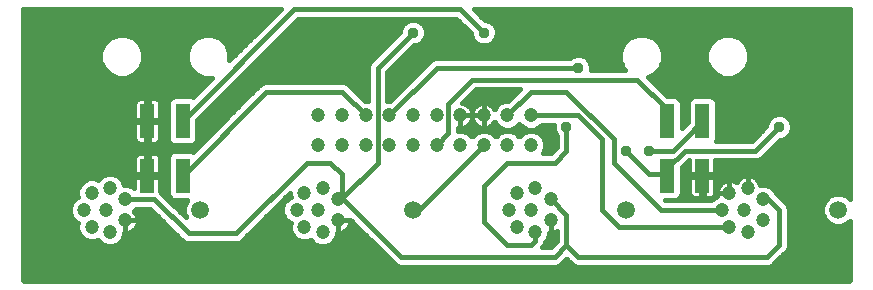
<source format=gbl>
G75*
G70*
%OFA0B0*%
%FSLAX24Y24*%
%IPPOS*%
%LPD*%
%AMOC8*
5,1,8,0,0,1.08239X$1,22.5*
%
%ADD10C,0.0472*%
%ADD11C,0.0591*%
%ADD12R,0.0500X0.1150*%
%ADD13C,0.0160*%
%ADD14C,0.0376*%
D10*
X023681Y002286D03*
X024291Y002128D03*
X024803Y002502D03*
X024154Y002857D03*
X023425Y002857D03*
X023681Y003428D03*
X024291Y003585D03*
X024803Y003211D03*
X030512Y002857D03*
X030768Y003428D03*
X031378Y003585D03*
X031890Y003211D03*
X031240Y002857D03*
X031890Y002502D03*
X031378Y002128D03*
X030768Y002286D03*
X031240Y005022D03*
X032028Y005022D03*
X032815Y005022D03*
X033603Y005022D03*
X034390Y005022D03*
X035177Y005022D03*
X035965Y005022D03*
X036752Y005022D03*
X037540Y005022D03*
X038327Y005022D03*
X038327Y006006D03*
X037540Y006006D03*
X036752Y006006D03*
X035965Y006006D03*
X035177Y006006D03*
X034390Y006006D03*
X033603Y006006D03*
X032815Y006006D03*
X032028Y006006D03*
X031240Y006006D03*
X037599Y002857D03*
X038327Y002857D03*
X038977Y003211D03*
X038465Y003585D03*
X037854Y003428D03*
X038977Y002502D03*
X038465Y002128D03*
X037854Y002286D03*
X044685Y002857D03*
X045414Y002857D03*
X046063Y003211D03*
X045551Y003585D03*
X044941Y003428D03*
X046063Y002502D03*
X045551Y002128D03*
X044941Y002286D03*
D11*
X041477Y002857D03*
X034390Y002857D03*
X027303Y002857D03*
X022185Y007581D03*
X048563Y002857D03*
D12*
X044036Y003998D03*
X042854Y003998D03*
X042854Y005821D03*
X044036Y005821D03*
X026713Y005821D03*
X025532Y005821D03*
X025532Y003998D03*
X026713Y003998D03*
D13*
X021398Y000510D02*
X021398Y009534D01*
X021404Y009543D01*
X021414Y009550D01*
X029989Y009550D01*
X028274Y007835D01*
X028274Y008117D01*
X028165Y008380D01*
X027964Y008581D01*
X027701Y008690D01*
X027417Y008690D01*
X027154Y008581D01*
X026953Y008380D01*
X026844Y008117D01*
X026844Y007833D01*
X026953Y007570D01*
X027154Y007369D01*
X027417Y007260D01*
X027699Y007260D01*
X027056Y006617D01*
X027010Y006636D01*
X026415Y006636D01*
X026327Y006600D01*
X026259Y006532D01*
X026223Y006444D01*
X026223Y005199D01*
X026259Y005110D01*
X026327Y005043D01*
X026415Y005006D01*
X027010Y005006D01*
X027099Y005043D01*
X027166Y005110D01*
X027203Y005199D01*
X027203Y005859D01*
X030574Y009230D01*
X035832Y009230D01*
X036324Y008738D01*
X036324Y008677D01*
X036389Y008520D01*
X036510Y008399D01*
X036667Y008334D01*
X036837Y008334D01*
X036995Y008399D01*
X037115Y008520D01*
X037180Y008677D01*
X037180Y008847D01*
X037115Y009005D01*
X036995Y009125D01*
X036837Y009190D01*
X036777Y009190D01*
X036417Y009550D01*
X048941Y009550D01*
X048950Y009543D01*
X048957Y009534D01*
X048957Y003220D01*
X048866Y003310D01*
X048670Y003392D01*
X048457Y003392D01*
X048260Y003310D01*
X048109Y003160D01*
X048028Y002963D01*
X048028Y002750D01*
X048109Y002553D01*
X048260Y002403D01*
X048457Y002321D01*
X048670Y002321D01*
X048866Y002403D01*
X048957Y002493D01*
X048957Y000510D01*
X048950Y000501D01*
X048941Y000494D01*
X021414Y000494D01*
X021404Y000501D01*
X021398Y000510D01*
X021398Y000576D02*
X048957Y000576D01*
X048957Y000735D02*
X021398Y000735D01*
X021398Y000894D02*
X048957Y000894D01*
X048957Y001052D02*
X046424Y001052D01*
X046382Y001011D02*
X046472Y001101D01*
X046866Y001494D01*
X046915Y001612D01*
X046915Y001739D01*
X046915Y002793D01*
X046915Y002920D01*
X046866Y003038D01*
X046498Y003406D01*
X046467Y003481D01*
X046333Y003615D01*
X046158Y003687D01*
X045968Y003687D01*
X045957Y003683D01*
X045937Y003745D01*
X045907Y003803D01*
X045869Y003856D01*
X045822Y003902D01*
X045769Y003941D01*
X045711Y003971D01*
X045649Y003991D01*
X045584Y004001D01*
X045551Y004001D01*
X045519Y004001D01*
X045454Y003991D01*
X045392Y003971D01*
X045333Y003941D01*
X045280Y003902D01*
X045234Y003856D01*
X045195Y003803D01*
X045178Y003770D01*
X045159Y003784D01*
X045101Y003813D01*
X045039Y003834D01*
X044974Y003844D01*
X044941Y003844D01*
X044908Y003844D01*
X044844Y003834D01*
X044781Y003813D01*
X044723Y003784D01*
X044670Y003745D01*
X044624Y003699D01*
X044585Y003646D01*
X044555Y003587D01*
X044535Y003525D01*
X044525Y003460D01*
X044525Y003428D01*
X044941Y003428D01*
X044941Y003844D01*
X044941Y003428D01*
X044941Y003428D01*
X044941Y003427D01*
X044525Y003427D01*
X044525Y003395D01*
X044535Y003330D01*
X044541Y003312D01*
X044415Y003260D01*
X044332Y003177D01*
X042790Y003177D01*
X042783Y003183D01*
X043152Y003183D01*
X043240Y003220D01*
X043308Y003287D01*
X043344Y003376D01*
X043344Y004272D01*
X043578Y004505D01*
X043606Y004505D01*
X043606Y004043D01*
X043990Y004043D01*
X043990Y003953D01*
X043606Y003953D01*
X043606Y003400D01*
X043618Y003354D01*
X043642Y003313D01*
X043675Y003279D01*
X043716Y003256D01*
X043762Y003243D01*
X043991Y003243D01*
X043991Y003953D01*
X044081Y003953D01*
X044081Y004043D01*
X044466Y004043D01*
X044466Y004505D01*
X045744Y004505D01*
X045871Y004505D01*
X045989Y004554D01*
X046619Y005184D01*
X046680Y005184D01*
X046837Y005250D01*
X046958Y005370D01*
X047023Y005527D01*
X047023Y005698D01*
X046958Y005855D01*
X046837Y005976D01*
X046680Y006041D01*
X046509Y006041D01*
X046352Y005976D01*
X046232Y005855D01*
X046167Y005698D01*
X046167Y005637D01*
X045675Y005145D01*
X044503Y005145D01*
X044526Y005199D01*
X044526Y006444D01*
X044489Y006532D01*
X044422Y006600D01*
X044333Y006636D01*
X043738Y006636D01*
X043650Y006600D01*
X043582Y006532D01*
X043546Y006444D01*
X043546Y005784D01*
X043344Y005583D01*
X043344Y006444D01*
X043308Y006532D01*
X043240Y006600D01*
X043152Y006636D01*
X042874Y006636D01*
X042221Y007289D01*
X042413Y007369D01*
X042614Y007570D01*
X042723Y007833D01*
X042723Y008117D01*
X042614Y008380D01*
X042413Y008581D01*
X042150Y008690D01*
X041866Y008690D01*
X041603Y008581D01*
X041402Y008380D01*
X041293Y008117D01*
X041293Y007833D01*
X041402Y007570D01*
X041464Y007507D01*
X040330Y007507D01*
X040330Y007666D01*
X040265Y007824D01*
X040144Y007944D01*
X039987Y008009D01*
X039817Y008009D01*
X039659Y007944D01*
X039616Y007901D01*
X035114Y007901D01*
X034996Y007852D01*
X034906Y007762D01*
X033626Y006482D01*
X033529Y006482D01*
X033529Y007449D01*
X034414Y008334D01*
X034475Y008334D01*
X034632Y008399D01*
X034753Y008520D01*
X034818Y008677D01*
X034818Y008847D01*
X034753Y009005D01*
X034632Y009125D01*
X034475Y009190D01*
X034305Y009190D01*
X034147Y009125D01*
X034027Y009005D01*
X033962Y008847D01*
X033962Y008787D01*
X033028Y007852D01*
X032938Y007762D01*
X032889Y007645D01*
X032889Y006482D01*
X032791Y006482D01*
X032209Y007065D01*
X032091Y007114D01*
X031964Y007114D01*
X029444Y007114D01*
X029327Y007065D01*
X029237Y006975D01*
X027056Y004794D01*
X027010Y004813D01*
X026415Y004813D01*
X026327Y004777D01*
X026259Y004709D01*
X026223Y004621D01*
X026223Y003376D01*
X026259Y003287D01*
X026327Y003220D01*
X026415Y003183D01*
X026873Y003183D01*
X026850Y003160D01*
X026768Y002963D01*
X026768Y002750D01*
X026829Y002602D01*
X026039Y003392D01*
X025962Y003470D01*
X025962Y003953D01*
X025577Y003953D01*
X025577Y004043D01*
X025962Y004043D01*
X025962Y004597D01*
X025949Y004643D01*
X025926Y004684D01*
X025892Y004717D01*
X025851Y004741D01*
X025805Y004753D01*
X025577Y004753D01*
X025577Y004044D01*
X025487Y004044D01*
X025487Y004753D01*
X025258Y004753D01*
X025212Y004741D01*
X025171Y004717D01*
X025138Y004684D01*
X025114Y004643D01*
X025102Y004597D01*
X025102Y004043D01*
X025486Y004043D01*
X025486Y003953D01*
X025102Y003953D01*
X025102Y003586D01*
X025073Y003615D01*
X024898Y003687D01*
X024765Y003687D01*
X024695Y003855D01*
X024561Y003989D01*
X024386Y004061D01*
X024197Y004061D01*
X024022Y003989D01*
X023890Y003857D01*
X023776Y003904D01*
X023586Y003904D01*
X023411Y003831D01*
X023278Y003697D01*
X023205Y003522D01*
X023205Y003333D01*
X023223Y003288D01*
X023156Y003260D01*
X023022Y003126D01*
X022949Y002951D01*
X022949Y002762D01*
X023022Y002587D01*
X023156Y002453D01*
X023223Y002425D01*
X023205Y002381D01*
X023205Y002191D01*
X023278Y002016D01*
X023411Y001882D01*
X023586Y001810D01*
X023776Y001810D01*
X023890Y001857D01*
X024022Y001725D01*
X024197Y001652D01*
X024386Y001652D01*
X024561Y001725D01*
X024695Y001859D01*
X024768Y002034D01*
X024768Y002087D01*
X024771Y002086D01*
X024803Y002086D01*
X024803Y002502D01*
X024803Y002502D01*
X024803Y002086D01*
X024836Y002086D01*
X024901Y002096D01*
X024963Y002117D01*
X025021Y002146D01*
X025074Y002185D01*
X025121Y002231D01*
X025159Y002284D01*
X025189Y002343D01*
X025209Y002405D01*
X025219Y002470D01*
X025219Y002502D01*
X024804Y002502D01*
X024804Y002503D01*
X025219Y002503D01*
X025219Y002535D01*
X025209Y002600D01*
X025189Y002662D01*
X025159Y002720D01*
X025121Y002774D01*
X025080Y002814D01*
X025157Y002891D01*
X025635Y002891D01*
X026728Y001798D01*
X026846Y001749D01*
X026973Y001749D01*
X028548Y001749D01*
X028666Y001798D01*
X028756Y001888D01*
X030292Y003424D01*
X030292Y003333D01*
X030310Y003288D01*
X030242Y003260D01*
X030108Y003126D01*
X030036Y002951D01*
X030036Y002762D01*
X030108Y002587D01*
X030242Y002453D01*
X030310Y002425D01*
X030292Y002381D01*
X030292Y002191D01*
X030364Y002016D01*
X030498Y001882D01*
X030673Y001810D01*
X030863Y001810D01*
X030976Y001857D01*
X031108Y001725D01*
X031283Y001652D01*
X031473Y001652D01*
X031648Y001725D01*
X031782Y001859D01*
X031854Y002034D01*
X031854Y002087D01*
X031857Y002086D01*
X031890Y002086D01*
X031923Y002086D01*
X031987Y002096D01*
X032050Y002117D01*
X032108Y002146D01*
X032161Y002185D01*
X032207Y002231D01*
X032246Y002284D01*
X032276Y002343D01*
X032296Y002405D01*
X032306Y002470D01*
X032306Y002502D01*
X031890Y002502D01*
X031890Y002086D01*
X031890Y002502D01*
X031890Y002502D01*
X031890Y002503D01*
X032306Y002503D01*
X032306Y002519D01*
X033815Y001011D01*
X033933Y000962D01*
X034060Y000962D01*
X039178Y000962D01*
X039296Y001011D01*
X039386Y001101D01*
X039508Y001223D01*
X039720Y001011D01*
X039838Y000962D01*
X039965Y000962D01*
X046265Y000962D01*
X046382Y001011D01*
X046472Y001101D02*
X046472Y001101D01*
X046582Y001211D02*
X048957Y001211D01*
X048957Y001369D02*
X046741Y001369D01*
X046880Y001528D02*
X048957Y001528D01*
X048957Y001686D02*
X046915Y001686D01*
X046915Y001845D02*
X048957Y001845D01*
X048957Y002003D02*
X046915Y002003D01*
X046915Y002162D02*
X048957Y002162D01*
X048957Y002320D02*
X046915Y002320D01*
X046915Y002479D02*
X048184Y002479D01*
X048075Y002637D02*
X046915Y002637D01*
X046915Y002796D02*
X048028Y002796D01*
X048028Y002955D02*
X046900Y002955D01*
X046791Y003113D02*
X048090Y003113D01*
X048221Y003272D02*
X046632Y003272D01*
X046488Y003430D02*
X048957Y003430D01*
X048957Y003272D02*
X048905Y003272D01*
X048957Y003589D02*
X046359Y003589D01*
X045936Y003747D02*
X048957Y003747D01*
X048957Y003906D02*
X045818Y003906D01*
X045551Y003906D02*
X045551Y003906D01*
X045551Y004001D02*
X045551Y003585D01*
X045551Y003585D01*
X045551Y004001D01*
X045551Y003747D02*
X045551Y003747D01*
X045551Y003589D02*
X045551Y003589D01*
X045285Y003906D02*
X044466Y003906D01*
X044466Y003953D02*
X044081Y003953D01*
X044081Y003243D01*
X044309Y003243D01*
X044355Y003256D01*
X044396Y003279D01*
X044430Y003313D01*
X044453Y003354D01*
X044466Y003400D01*
X044466Y003953D01*
X044466Y004064D02*
X048957Y004064D01*
X048957Y004223D02*
X044466Y004223D01*
X044466Y004381D02*
X048957Y004381D01*
X048957Y004540D02*
X045955Y004540D01*
X046133Y004699D02*
X048957Y004699D01*
X048957Y004857D02*
X046292Y004857D01*
X046450Y005016D02*
X048957Y005016D01*
X048957Y005174D02*
X046609Y005174D01*
X046920Y005333D02*
X048957Y005333D01*
X048957Y005491D02*
X047008Y005491D01*
X047023Y005650D02*
X048957Y005650D01*
X048957Y005808D02*
X046977Y005808D01*
X046846Y005967D02*
X048957Y005967D01*
X048957Y006125D02*
X044526Y006125D01*
X044526Y005967D02*
X046344Y005967D01*
X046212Y005808D02*
X044526Y005808D01*
X044526Y005650D02*
X046167Y005650D01*
X046021Y005491D02*
X044526Y005491D01*
X044526Y005333D02*
X045862Y005333D01*
X045704Y005174D02*
X044515Y005174D01*
X044036Y005821D02*
X043445Y005231D01*
X043445Y005219D01*
X043051Y004825D01*
X042264Y004825D01*
X041477Y004825D02*
X042264Y004038D01*
X042815Y004038D01*
X042854Y003998D01*
X042854Y004235D01*
X043445Y004825D01*
X045807Y004825D01*
X046595Y005613D01*
X044526Y006284D02*
X048957Y006284D01*
X048957Y006443D02*
X044526Y006443D01*
X044418Y006601D02*
X048957Y006601D01*
X048957Y006760D02*
X042751Y006760D01*
X042592Y006918D02*
X048957Y006918D01*
X048957Y007077D02*
X042433Y007077D01*
X042275Y007235D02*
X048957Y007235D01*
X048957Y007394D02*
X045312Y007394D01*
X045287Y007369D02*
X045488Y007570D01*
X045597Y007833D01*
X045597Y008117D01*
X045488Y008380D01*
X045287Y008581D01*
X045024Y008690D01*
X044740Y008690D01*
X044477Y008581D01*
X044276Y008380D01*
X044167Y008117D01*
X044167Y007833D01*
X044276Y007570D01*
X044477Y007369D01*
X044740Y007260D01*
X045024Y007260D01*
X045287Y007369D01*
X045471Y007552D02*
X048957Y007552D01*
X048957Y007711D02*
X045547Y007711D01*
X045597Y007869D02*
X048957Y007869D01*
X048957Y008028D02*
X045597Y008028D01*
X045568Y008186D02*
X048957Y008186D01*
X048957Y008345D02*
X045503Y008345D01*
X045364Y008504D02*
X048957Y008504D01*
X048957Y008662D02*
X045091Y008662D01*
X044673Y008662D02*
X042217Y008662D01*
X042490Y008504D02*
X044400Y008504D01*
X044262Y008345D02*
X042629Y008345D01*
X042694Y008186D02*
X044196Y008186D01*
X044167Y008028D02*
X042723Y008028D01*
X042723Y007869D02*
X044167Y007869D01*
X044217Y007711D02*
X042673Y007711D01*
X042597Y007552D02*
X044293Y007552D01*
X044452Y007394D02*
X042438Y007394D01*
X041870Y007187D02*
X042854Y006203D01*
X042854Y005821D01*
X043344Y005808D02*
X043546Y005808D01*
X043546Y005967D02*
X043344Y005967D01*
X043344Y006125D02*
X043546Y006125D01*
X043546Y006284D02*
X043344Y006284D01*
X043344Y006443D02*
X043546Y006443D01*
X043653Y006601D02*
X043237Y006601D01*
X043344Y005650D02*
X043412Y005650D01*
X041083Y005219D02*
X039508Y006794D01*
X038327Y006794D01*
X037540Y006006D01*
X037856Y005650D02*
X038010Y005650D01*
X038057Y005603D02*
X037933Y005727D01*
X037809Y005603D01*
X037634Y005530D01*
X037445Y005530D01*
X037270Y005603D01*
X037136Y005737D01*
X037112Y005795D01*
X037108Y005788D01*
X037070Y005735D01*
X037023Y005689D01*
X036970Y005650D01*
X036912Y005621D01*
X036850Y005600D01*
X036785Y005590D01*
X036752Y005590D01*
X036752Y006006D01*
X036752Y006006D01*
X036752Y005590D01*
X036719Y005590D01*
X036655Y005600D01*
X036592Y005621D01*
X036534Y005650D01*
X036481Y005689D01*
X036435Y005735D01*
X036396Y005788D01*
X036366Y005846D01*
X036358Y005871D01*
X036350Y005846D01*
X036321Y005788D01*
X036282Y005735D01*
X036236Y005689D01*
X036183Y005650D01*
X036124Y005621D01*
X036062Y005600D01*
X035997Y005590D01*
X035965Y005590D01*
X035965Y006006D01*
X035965Y006006D01*
X036381Y006006D01*
X036752Y006006D01*
X036752Y006006D01*
X036381Y006006D01*
X035965Y006006D01*
X035964Y006006D01*
X035964Y005590D01*
X035932Y005590D01*
X035891Y005597D01*
X035891Y005498D01*
X036059Y005498D01*
X036234Y005426D01*
X036358Y005302D01*
X036482Y005426D01*
X036657Y005498D01*
X036847Y005498D01*
X037022Y005426D01*
X037146Y005302D01*
X037270Y005426D01*
X037445Y005498D01*
X037634Y005498D01*
X037809Y005426D01*
X037933Y005302D01*
X038057Y005426D01*
X038232Y005498D01*
X038422Y005498D01*
X038597Y005426D01*
X038731Y005292D01*
X038803Y005117D01*
X038803Y004927D01*
X038731Y004752D01*
X038730Y004751D01*
X038982Y004751D01*
X039188Y004958D01*
X039188Y005327D01*
X039145Y005370D01*
X039080Y005527D01*
X039080Y005686D01*
X038680Y005686D01*
X038597Y005603D01*
X038422Y005530D01*
X038232Y005530D01*
X038057Y005603D01*
X038215Y005491D02*
X037651Y005491D01*
X037428Y005491D02*
X036864Y005491D01*
X036969Y005650D02*
X037223Y005650D01*
X036752Y005650D02*
X036752Y005650D01*
X036752Y005808D02*
X036752Y005808D01*
X036752Y005967D02*
X036752Y005967D01*
X036752Y006007D02*
X036752Y006422D01*
X036719Y006422D01*
X036655Y006412D01*
X036592Y006392D01*
X036534Y006362D01*
X036481Y006324D01*
X036435Y006277D01*
X036396Y006224D01*
X036366Y006166D01*
X036358Y006141D01*
X036350Y006166D01*
X036321Y006224D01*
X036282Y006277D01*
X036236Y006324D01*
X036183Y006362D01*
X036124Y006392D01*
X036062Y006412D01*
X036039Y006416D01*
X036491Y006867D01*
X037948Y006867D01*
X037563Y006482D01*
X037445Y006482D01*
X037270Y006410D01*
X037136Y006276D01*
X037112Y006218D01*
X037108Y006224D01*
X037070Y006277D01*
X037023Y006324D01*
X036970Y006362D01*
X036912Y006392D01*
X036850Y006412D01*
X036785Y006422D01*
X036752Y006422D01*
X036752Y006007D01*
X036752Y006007D01*
X036752Y006125D02*
X036752Y006125D01*
X036752Y006284D02*
X036752Y006284D01*
X036441Y006284D02*
X036276Y006284D01*
X036066Y006443D02*
X037348Y006443D01*
X037144Y006284D02*
X037063Y006284D01*
X037682Y006601D02*
X036225Y006601D01*
X036383Y006760D02*
X037840Y006760D01*
X038327Y006006D02*
X039902Y006006D01*
X040689Y005219D01*
X040689Y002857D01*
X041260Y002286D01*
X044941Y002286D01*
X044685Y002857D02*
X042658Y002857D01*
X041083Y004431D01*
X041083Y005219D01*
X039508Y004825D02*
X039508Y005613D01*
X039182Y005333D02*
X038690Y005333D01*
X038779Y005174D02*
X039188Y005174D01*
X039188Y005016D02*
X038803Y005016D01*
X038774Y004857D02*
X039087Y004857D01*
X039508Y004825D02*
X039114Y004431D01*
X037540Y004431D01*
X036752Y003644D01*
X036752Y002463D01*
X037540Y001676D01*
X038327Y001676D01*
X038465Y001813D01*
X038465Y002128D01*
X038785Y001775D02*
X038868Y001859D01*
X038941Y002034D01*
X038941Y002087D01*
X038944Y002086D01*
X038976Y002086D01*
X038976Y002502D01*
X038977Y002502D01*
X038977Y002086D01*
X039009Y002086D01*
X039074Y002096D01*
X039136Y002117D01*
X039188Y002143D01*
X039188Y001808D01*
X038982Y001602D01*
X038706Y001602D01*
X038736Y001632D01*
X038785Y001750D01*
X038785Y001775D01*
X038758Y001686D02*
X039066Y001686D01*
X039188Y001845D02*
X038855Y001845D01*
X038928Y002003D02*
X039188Y002003D01*
X038977Y002162D02*
X038976Y002162D01*
X038976Y002320D02*
X038977Y002320D01*
X038976Y002479D02*
X038977Y002479D01*
X039508Y002680D02*
X039508Y001676D01*
X039902Y001282D01*
X046201Y001282D01*
X046595Y001676D01*
X046595Y002857D01*
X046240Y003211D01*
X046063Y003211D01*
X044941Y003430D02*
X044941Y003430D01*
X044941Y003589D02*
X044941Y003589D01*
X044941Y003747D02*
X044941Y003747D01*
X044673Y003747D02*
X044466Y003747D01*
X044466Y003589D02*
X044556Y003589D01*
X044525Y003430D02*
X044466Y003430D01*
X044443Y003272D02*
X044383Y003272D01*
X044081Y003272D02*
X043991Y003272D01*
X043991Y003430D02*
X044081Y003430D01*
X044081Y003589D02*
X043991Y003589D01*
X043991Y003747D02*
X044081Y003747D01*
X044081Y003906D02*
X043991Y003906D01*
X043606Y003906D02*
X043344Y003906D01*
X043344Y004064D02*
X043606Y004064D01*
X043606Y004223D02*
X043344Y004223D01*
X043454Y004381D02*
X043606Y004381D01*
X043606Y003747D02*
X043344Y003747D01*
X043344Y003589D02*
X043606Y003589D01*
X043606Y003430D02*
X043344Y003430D01*
X043292Y003272D02*
X043688Y003272D01*
X039679Y001052D02*
X039337Y001052D01*
X039496Y001211D02*
X039520Y001211D01*
X039114Y001282D02*
X033996Y001282D01*
X032067Y003211D01*
X031890Y003211D01*
X031988Y003211D01*
X033209Y004431D01*
X033209Y007581D01*
X034390Y008762D01*
X034602Y009138D02*
X035924Y009138D01*
X036083Y008979D02*
X034763Y008979D01*
X034818Y008821D02*
X036241Y008821D01*
X036330Y008662D02*
X034812Y008662D01*
X034737Y008504D02*
X036405Y008504D01*
X036640Y008345D02*
X034501Y008345D01*
X034267Y008186D02*
X041322Y008186D01*
X041293Y008028D02*
X034108Y008028D01*
X033950Y007869D02*
X035037Y007869D01*
X034855Y007711D02*
X033791Y007711D01*
X033633Y007552D02*
X034696Y007552D01*
X034537Y007394D02*
X033529Y007394D01*
X033529Y007235D02*
X034379Y007235D01*
X034220Y007077D02*
X033529Y007077D01*
X033529Y006918D02*
X034062Y006918D01*
X033903Y006760D02*
X033529Y006760D01*
X033529Y006601D02*
X033745Y006601D01*
X033603Y006006D02*
X035177Y007581D01*
X039902Y007581D01*
X040219Y007869D02*
X041293Y007869D01*
X041343Y007711D02*
X040311Y007711D01*
X040330Y007552D02*
X041419Y007552D01*
X041870Y007187D02*
X036358Y007187D01*
X035571Y006400D01*
X035571Y005416D01*
X035177Y005022D01*
X036076Y005491D02*
X036641Y005491D01*
X036535Y005650D02*
X036182Y005650D01*
X035965Y005650D02*
X035964Y005650D01*
X035964Y005808D02*
X035965Y005808D01*
X035964Y005967D02*
X035965Y005967D01*
X036331Y005808D02*
X036386Y005808D01*
X036389Y005333D02*
X036327Y005333D01*
X036752Y005022D02*
X034587Y002857D01*
X034390Y002857D01*
X032664Y002162D02*
X032129Y002162D01*
X032264Y002320D02*
X032505Y002320D01*
X032347Y002479D02*
X032306Y002479D01*
X031890Y002479D02*
X031890Y002479D01*
X031890Y002320D02*
X031890Y002320D01*
X031890Y002162D02*
X031890Y002162D01*
X031842Y002003D02*
X032822Y002003D01*
X032981Y001845D02*
X031768Y001845D01*
X031555Y001686D02*
X033139Y001686D01*
X033298Y001528D02*
X021398Y001528D01*
X021398Y001686D02*
X024114Y001686D01*
X023902Y001845D02*
X023861Y001845D01*
X023502Y001845D02*
X021398Y001845D01*
X021398Y002003D02*
X023290Y002003D01*
X023217Y002162D02*
X021398Y002162D01*
X021398Y002320D02*
X023205Y002320D01*
X023130Y002479D02*
X021398Y002479D01*
X021398Y002637D02*
X023001Y002637D01*
X022949Y002796D02*
X021398Y002796D01*
X021398Y002955D02*
X022950Y002955D01*
X023016Y003113D02*
X021398Y003113D01*
X021398Y003272D02*
X023183Y003272D01*
X023205Y003430D02*
X021398Y003430D01*
X021398Y003589D02*
X023233Y003589D01*
X023328Y003747D02*
X021398Y003747D01*
X021398Y003906D02*
X023939Y003906D01*
X024644Y003906D02*
X025102Y003906D01*
X025102Y004064D02*
X021398Y004064D01*
X021398Y004223D02*
X025102Y004223D01*
X025102Y004381D02*
X021398Y004381D01*
X021398Y004540D02*
X025102Y004540D01*
X025152Y004699D02*
X021398Y004699D01*
X021398Y004857D02*
X027119Y004857D01*
X027033Y005016D02*
X027277Y005016D01*
X027193Y005174D02*
X027436Y005174D01*
X027595Y005333D02*
X027203Y005333D01*
X027203Y005491D02*
X027753Y005491D01*
X027912Y005650D02*
X027203Y005650D01*
X027203Y005808D02*
X028070Y005808D01*
X028229Y005967D02*
X027311Y005967D01*
X027469Y006125D02*
X028387Y006125D01*
X028546Y006284D02*
X027628Y006284D01*
X027787Y006443D02*
X028704Y006443D01*
X028863Y006601D02*
X027945Y006601D01*
X028104Y006760D02*
X029021Y006760D01*
X029180Y006918D02*
X028262Y006918D01*
X028421Y007077D02*
X029355Y007077D01*
X029508Y006794D02*
X032028Y006794D01*
X032815Y006006D01*
X032889Y006601D02*
X032673Y006601D01*
X032514Y006760D02*
X032889Y006760D01*
X032889Y006918D02*
X032356Y006918D01*
X032181Y007077D02*
X032889Y007077D01*
X032889Y007235D02*
X028579Y007235D01*
X028738Y007394D02*
X032889Y007394D01*
X032889Y007552D02*
X028896Y007552D01*
X029055Y007711D02*
X032916Y007711D01*
X033045Y007869D02*
X029213Y007869D01*
X029372Y008028D02*
X033203Y008028D01*
X033362Y008186D02*
X029531Y008186D01*
X029689Y008345D02*
X033520Y008345D01*
X033679Y008504D02*
X029848Y008504D01*
X030006Y008662D02*
X033837Y008662D01*
X033962Y008821D02*
X030165Y008821D01*
X030323Y008979D02*
X034016Y008979D01*
X034178Y009138D02*
X030482Y009138D01*
X029894Y009455D02*
X021398Y009455D01*
X021398Y009296D02*
X029735Y009296D01*
X029577Y009138D02*
X021398Y009138D01*
X021398Y008979D02*
X029418Y008979D01*
X029260Y008821D02*
X021398Y008821D01*
X021398Y008662D02*
X024476Y008662D01*
X024543Y008690D02*
X024280Y008581D01*
X024079Y008380D01*
X023970Y008117D01*
X023970Y007833D01*
X024079Y007570D01*
X024280Y007369D01*
X024543Y007260D01*
X024827Y007260D01*
X025090Y007369D01*
X025291Y007570D01*
X025400Y007833D01*
X025400Y008117D01*
X025291Y008380D01*
X025090Y008581D01*
X024827Y008690D01*
X024543Y008690D01*
X024894Y008662D02*
X027350Y008662D01*
X027077Y008504D02*
X025168Y008504D01*
X025306Y008345D02*
X026939Y008345D01*
X026873Y008186D02*
X025371Y008186D01*
X025400Y008028D02*
X026844Y008028D01*
X026844Y007869D02*
X025400Y007869D01*
X025350Y007711D02*
X026895Y007711D01*
X026971Y007552D02*
X025274Y007552D01*
X025115Y007394D02*
X027129Y007394D01*
X027516Y007077D02*
X021398Y007077D01*
X021398Y007235D02*
X027674Y007235D01*
X027357Y006918D02*
X021398Y006918D01*
X021398Y006760D02*
X027199Y006760D01*
X026330Y006601D02*
X021398Y006601D01*
X021398Y006443D02*
X025108Y006443D01*
X025114Y006466D02*
X025102Y006420D01*
X025102Y005866D01*
X025486Y005866D01*
X025486Y005776D01*
X025102Y005776D01*
X025102Y005223D01*
X025114Y005177D01*
X025138Y005136D01*
X025171Y005102D01*
X025212Y005079D01*
X025258Y005066D01*
X025487Y005066D01*
X025487Y005776D01*
X025577Y005776D01*
X025577Y005866D01*
X025962Y005866D01*
X025962Y006420D01*
X025949Y006466D01*
X025926Y006507D01*
X025892Y006540D01*
X025851Y006564D01*
X025805Y006576D01*
X025577Y006576D01*
X025577Y005866D01*
X025487Y005866D01*
X025487Y006576D01*
X025258Y006576D01*
X025212Y006564D01*
X025171Y006540D01*
X025138Y006507D01*
X025114Y006466D01*
X025102Y006284D02*
X021398Y006284D01*
X021398Y006125D02*
X025102Y006125D01*
X025102Y005967D02*
X021398Y005967D01*
X021398Y005808D02*
X025486Y005808D01*
X025577Y005808D02*
X026223Y005808D01*
X026223Y005650D02*
X025962Y005650D01*
X025962Y005776D02*
X025577Y005776D01*
X025577Y005066D01*
X025805Y005066D01*
X025851Y005079D01*
X025892Y005102D01*
X025926Y005136D01*
X025949Y005177D01*
X025962Y005223D01*
X025962Y005776D01*
X025962Y005967D02*
X026223Y005967D01*
X026223Y006125D02*
X025962Y006125D01*
X025962Y006284D02*
X026223Y006284D01*
X026223Y006443D02*
X025956Y006443D01*
X025577Y006443D02*
X025487Y006443D01*
X025487Y006284D02*
X025577Y006284D01*
X025577Y006125D02*
X025487Y006125D01*
X025487Y005967D02*
X025577Y005967D01*
X025577Y005650D02*
X025487Y005650D01*
X025487Y005491D02*
X025577Y005491D01*
X025577Y005333D02*
X025487Y005333D01*
X025487Y005174D02*
X025577Y005174D01*
X025948Y005174D02*
X026233Y005174D01*
X026223Y005333D02*
X025962Y005333D01*
X025962Y005491D02*
X026223Y005491D01*
X026713Y005821D02*
X030441Y009550D01*
X035965Y009550D01*
X036752Y008762D01*
X036964Y009138D02*
X048957Y009138D01*
X048957Y009296D02*
X036671Y009296D01*
X036512Y009455D02*
X048957Y009455D01*
X048957Y008979D02*
X037126Y008979D01*
X037180Y008821D02*
X048957Y008821D01*
X041799Y008662D02*
X037174Y008662D01*
X037099Y008504D02*
X041526Y008504D01*
X041388Y008345D02*
X036864Y008345D01*
X038644Y005650D02*
X039080Y005650D01*
X039095Y005491D02*
X038439Y005491D01*
X037964Y005333D02*
X037902Y005333D01*
X037177Y005333D02*
X037115Y005333D01*
X038977Y003211D02*
X039508Y002680D01*
X039508Y001676D02*
X039114Y001282D01*
X033773Y001052D02*
X021398Y001052D01*
X021398Y001211D02*
X033615Y001211D01*
X033456Y001369D02*
X021398Y001369D01*
X024469Y001686D02*
X031201Y001686D01*
X030988Y001845D02*
X030947Y001845D01*
X030588Y001845D02*
X028712Y001845D01*
X028871Y002003D02*
X030377Y002003D01*
X030304Y002162D02*
X029029Y002162D01*
X029188Y002320D02*
X030292Y002320D01*
X030216Y002479D02*
X029347Y002479D01*
X029505Y002637D02*
X030087Y002637D01*
X030036Y002796D02*
X029664Y002796D01*
X029822Y002955D02*
X030037Y002955D01*
X029981Y003113D02*
X030103Y003113D01*
X030139Y003272D02*
X030269Y003272D01*
X031890Y003211D02*
X032028Y003349D01*
X032028Y004038D01*
X031634Y004431D01*
X030847Y004431D01*
X028484Y002069D01*
X026910Y002069D01*
X025768Y003211D01*
X024803Y003211D01*
X025099Y003589D02*
X025102Y003589D01*
X025102Y003747D02*
X024740Y003747D01*
X025487Y004064D02*
X025577Y004064D01*
X025577Y004223D02*
X025487Y004223D01*
X025487Y004381D02*
X025577Y004381D01*
X025577Y004540D02*
X025487Y004540D01*
X025487Y004699D02*
X025577Y004699D01*
X025911Y004699D02*
X026255Y004699D01*
X026223Y004540D02*
X025962Y004540D01*
X025962Y004381D02*
X026223Y004381D01*
X026223Y004223D02*
X025962Y004223D01*
X025962Y004064D02*
X026223Y004064D01*
X026223Y003906D02*
X025962Y003906D01*
X025962Y003747D02*
X026223Y003747D01*
X026223Y003589D02*
X025962Y003589D01*
X026001Y003430D02*
X026223Y003430D01*
X026275Y003272D02*
X026160Y003272D01*
X026318Y003113D02*
X026830Y003113D01*
X026768Y002955D02*
X026477Y002955D01*
X026635Y002796D02*
X026768Y002796D01*
X026794Y002637D02*
X026815Y002637D01*
X026364Y002162D02*
X025043Y002162D01*
X025178Y002320D02*
X026206Y002320D01*
X026047Y002479D02*
X025219Y002479D01*
X025197Y002637D02*
X025889Y002637D01*
X025730Y002796D02*
X025098Y002796D01*
X024803Y002479D02*
X024803Y002479D01*
X024803Y002320D02*
X024803Y002320D01*
X024803Y002162D02*
X024803Y002162D01*
X024755Y002003D02*
X026523Y002003D01*
X026682Y001845D02*
X024681Y001845D01*
X026713Y003998D02*
X029508Y006794D01*
X028308Y007869D02*
X028274Y007869D01*
X028274Y008028D02*
X028467Y008028D01*
X028625Y008186D02*
X028245Y008186D01*
X028180Y008345D02*
X028784Y008345D01*
X028943Y008504D02*
X028042Y008504D01*
X027768Y008662D02*
X029101Y008662D01*
X024255Y007394D02*
X021398Y007394D01*
X021398Y007552D02*
X024096Y007552D01*
X024021Y007711D02*
X021398Y007711D01*
X021398Y007869D02*
X023970Y007869D01*
X023970Y008028D02*
X021398Y008028D01*
X021398Y008186D02*
X023999Y008186D01*
X024065Y008345D02*
X021398Y008345D01*
X021398Y008504D02*
X024203Y008504D01*
X025102Y005650D02*
X021398Y005650D01*
X021398Y005491D02*
X025102Y005491D01*
X025102Y005333D02*
X021398Y005333D01*
X021398Y005174D02*
X025115Y005174D01*
X026392Y005016D02*
X021398Y005016D01*
X048942Y002479D02*
X048957Y002479D01*
D14*
X046595Y005613D03*
X042264Y004825D03*
X041477Y004825D03*
X039508Y005613D03*
X039902Y007581D03*
X036752Y008762D03*
X034390Y008762D03*
M02*

</source>
